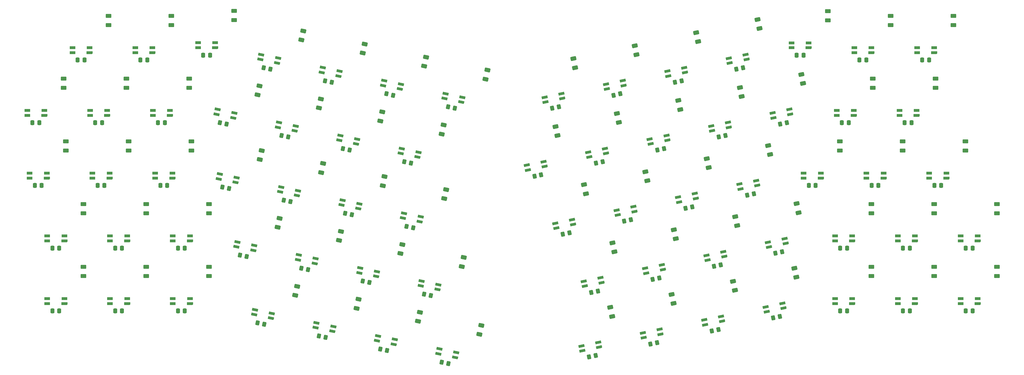
<source format=gbr>
%TF.GenerationSoftware,KiCad,Pcbnew,9.0.3*%
%TF.CreationDate,2025-11-23T22:31:57-05:00*%
%TF.ProjectId,Wren,5772656e-2e6b-4696-9361-645f70636258,rev?*%
%TF.SameCoordinates,Original*%
%TF.FileFunction,Paste,Bot*%
%TF.FilePolarity,Positive*%
%FSLAX46Y46*%
G04 Gerber Fmt 4.6, Leading zero omitted, Abs format (unit mm)*
G04 Created by KiCad (PCBNEW 9.0.3) date 2025-11-23 22:31:57*
%MOMM*%
%LPD*%
G01*
G04 APERTURE LIST*
G04 Aperture macros list*
%AMRoundRect*
0 Rectangle with rounded corners*
0 $1 Rounding radius*
0 $2 $3 $4 $5 $6 $7 $8 $9 X,Y pos of 4 corners*
0 Add a 4 corners polygon primitive as box body*
4,1,4,$2,$3,$4,$5,$6,$7,$8,$9,$2,$3,0*
0 Add four circle primitives for the rounded corners*
1,1,$1+$1,$2,$3*
1,1,$1+$1,$4,$5*
1,1,$1+$1,$6,$7*
1,1,$1+$1,$8,$9*
0 Add four rect primitives between the rounded corners*
20,1,$1+$1,$2,$3,$4,$5,0*
20,1,$1+$1,$4,$5,$6,$7,0*
20,1,$1+$1,$6,$7,$8,$9,0*
20,1,$1+$1,$8,$9,$2,$3,0*%
%AMRotRect*
0 Rectangle, with rotation*
0 The origin of the aperture is its center*
0 $1 length*
0 $2 width*
0 $3 Rotation angle, in degrees counterclockwise*
0 Add horizontal line*
21,1,$1,$2,0,0,$3*%
%AMOutline5P*
0 Free polygon, 5 corners , with rotation*
0 The origin of the aperture is its center*
0 number of corners: always 5*
0 $1 to $10 corner X, Y*
0 $11 Rotation angle, in degrees counterclockwise*
0 create outline with 5 corners*
4,1,5,$1,$2,$3,$4,$5,$6,$7,$8,$9,$10,$1,$2,$11*%
%AMOutline6P*
0 Free polygon, 6 corners , with rotation*
0 The origin of the aperture is its center*
0 number of corners: always 6*
0 $1 to $12 corner X, Y*
0 $13 Rotation angle, in degrees counterclockwise*
0 create outline with 6 corners*
4,1,6,$1,$2,$3,$4,$5,$6,$7,$8,$9,$10,$11,$12,$1,$2,$13*%
%AMOutline7P*
0 Free polygon, 7 corners , with rotation*
0 The origin of the aperture is its center*
0 number of corners: always 7*
0 $1 to $14 corner X, Y*
0 $15 Rotation angle, in degrees counterclockwise*
0 create outline with 7 corners*
4,1,7,$1,$2,$3,$4,$5,$6,$7,$8,$9,$10,$11,$12,$13,$14,$1,$2,$15*%
%AMOutline8P*
0 Free polygon, 8 corners , with rotation*
0 The origin of the aperture is its center*
0 number of corners: always 8*
0 $1 to $16 corner X, Y*
0 $17 Rotation angle, in degrees counterclockwise*
0 create outline with 8 corners*
4,1,8,$1,$2,$3,$4,$5,$6,$7,$8,$9,$10,$11,$12,$13,$14,$15,$16,$1,$2,$17*%
G04 Aperture macros list end*
%ADD10RoundRect,0.250000X0.231367X0.534790X-0.428883X0.394450X-0.231367X-0.534790X0.428883X-0.394450X0*%
%ADD11RoundRect,0.250000X0.428883X0.394450X-0.231367X0.534790X-0.428883X-0.394450X0.231367X-0.534790X0*%
%ADD12RoundRect,0.250000X0.625000X-0.375000X0.625000X0.375000X-0.625000X0.375000X-0.625000X-0.375000X0*%
%ADD13RoundRect,0.250000X0.533375X-0.496750X0.689309X0.236861X-0.533375X0.496750X-0.689309X-0.236861X0*%
%ADD14R,1.800000X0.820000*%
%ADD15Outline5P,-0.900000X0.410000X0.900000X0.410000X0.900000X-0.246000X0.736000X-0.410000X-0.900000X-0.410000X0.000000*%
%ADD16RoundRect,0.250000X0.337500X0.475000X-0.337500X0.475000X-0.337500X-0.475000X0.337500X-0.475000X0*%
%ADD17RotRect,1.800000X0.820000X348.000000*%
%ADD18Outline5P,-0.900000X0.410000X0.900000X0.410000X0.900000X-0.246000X0.736000X-0.410000X-0.900000X-0.410000X348.000000*%
%ADD19RotRect,1.800000X0.820000X12.000000*%
%ADD20Outline5P,-0.900000X0.410000X0.900000X0.410000X0.900000X-0.246000X0.736000X-0.410000X-0.900000X-0.410000X12.000000*%
%ADD21RoundRect,0.250000X0.689309X-0.236861X0.533375X0.496750X-0.689309X0.236861X-0.533375X-0.496750X0*%
G04 APERTURE END LIST*
D10*
%TO.C,C60*%
X355992177Y-205830405D03*
X353962521Y-206261821D03*
%TD*%
D11*
%TO.C,C19*%
X206760256Y-190592298D03*
X204730600Y-190160882D03*
%TD*%
D12*
%TO.C,D90*%
X392542929Y-175107123D03*
X392542929Y-172307123D03*
%TD*%
D13*
%TO.C,D11*%
X196803037Y-158163401D03*
X197385189Y-155424587D03*
%TD*%
D14*
%TO.C,D112*%
X396945048Y-145359629D03*
D15*
X402145048Y-145359629D03*
D14*
X402145048Y-143859629D03*
X396945048Y-143859629D03*
%TD*%
D16*
%TO.C,C24*%
X174729500Y-204750000D03*
X172654500Y-204750000D03*
%TD*%
%TO.C,C41*%
X381532548Y-147607129D03*
X379457548Y-147607129D03*
%TD*%
D12*
%TO.C,D97*%
X402067929Y-194157123D03*
X402067929Y-191357123D03*
%TD*%
D17*
%TO.C,D47*%
X202971842Y-168013720D03*
D18*
X208058211Y-169094861D03*
D17*
X208370080Y-167627640D03*
X203283711Y-166546499D03*
%TD*%
D16*
%TO.C,C22*%
X136629500Y-204750000D03*
X134554500Y-204750000D03*
%TD*%
D14*
%TO.C,D139*%
X391099929Y-221559623D03*
D15*
X396299929Y-221559623D03*
D14*
X396299929Y-220059623D03*
X391099929Y-220059623D03*
%TD*%
D12*
%TO.C,D98*%
X421117929Y-194157123D03*
X421117929Y-191357123D03*
%TD*%
D17*
%TO.C,D60*%
X190391994Y-204291027D03*
D18*
X195478363Y-205372168D03*
D17*
X195790232Y-203904947D03*
X190703863Y-202823806D03*
%TD*%
D10*
%TO.C,C65*%
X318027072Y-233375753D03*
X315997416Y-233807169D03*
%TD*%
D19*
%TO.C,D127*%
X296065749Y-216270450D03*
D20*
X301152118Y-215189309D03*
D19*
X300840249Y-213722088D03*
X295753880Y-214803229D03*
%TD*%
D12*
%TO.C,D17*%
X176710000Y-175100000D03*
X176710000Y-172300000D03*
%TD*%
D11*
%TO.C,C13*%
X224696285Y-174929103D03*
X222666629Y-174497687D03*
%TD*%
D12*
%TO.C,D77*%
X407913048Y-137007129D03*
X407913048Y-134207129D03*
%TD*%
D10*
%TO.C,C66*%
X336660784Y-229415035D03*
X334631128Y-229846451D03*
%TD*%
D16*
%TO.C,C30*%
X155679500Y-223800000D03*
X153604500Y-223800000D03*
%TD*%
D14*
%TO.C,D140*%
X410149929Y-221559623D03*
D15*
X415349929Y-221559623D03*
D14*
X415349929Y-220059623D03*
X410149929Y-220059623D03*
%TD*%
D17*
%TO.C,D55*%
X222303236Y-191598350D03*
D18*
X227389605Y-192679491D03*
D17*
X227701474Y-191212270D03*
X222615105Y-190131129D03*
%TD*%
D11*
%TO.C,C35*%
X254739843Y-239741857D03*
X252710187Y-239310441D03*
%TD*%
D19*
%TO.C,D109*%
X340084930Y-148487161D03*
D20*
X345171299Y-147406020D03*
D19*
X344859430Y-145938799D03*
X339773061Y-147019940D03*
%TD*%
D17*
%TO.C,D67*%
X195747976Y-224905039D03*
D18*
X200834345Y-225986180D03*
D17*
X201146214Y-224518959D03*
X196059845Y-223437818D03*
%TD*%
D21*
%TO.C,D82*%
X362354052Y-154690202D03*
X361771900Y-151951388D03*
%TD*%
D11*
%TO.C,C34*%
X236106132Y-235781139D03*
X234076476Y-235349723D03*
%TD*%
D16*
%TO.C,C55*%
X385212429Y-185707123D03*
X383137429Y-185707123D03*
%TD*%
D13*
%TO.C,D21*%
X253401855Y-189669466D03*
X253984007Y-186930652D03*
%TD*%
D16*
%TO.C,C48*%
X376172429Y-166657123D03*
X374097429Y-166657123D03*
%TD*%
D14*
%TO.C,D124*%
X362524929Y-183459623D03*
D15*
X367724929Y-183459623D03*
D14*
X367724929Y-181959623D03*
X362524929Y-181959623D03*
%TD*%
D13*
%TO.C,D27*%
X240124325Y-206322861D03*
X240706477Y-203584047D03*
%TD*%
D14*
%TO.C,D59*%
X171092000Y-202502500D03*
D15*
X176292000Y-202502500D03*
D14*
X176292000Y-201002500D03*
X171092000Y-201002500D03*
%TD*%
D12*
%TO.C,D22*%
X143960000Y-194150000D03*
X143960000Y-191350000D03*
%TD*%
D16*
%TO.C,C40*%
X362482548Y-146106729D03*
X360407548Y-146106729D03*
%TD*%
D11*
%TO.C,C26*%
X212116438Y-211206410D03*
X210086782Y-210774994D03*
%TD*%
D10*
%TO.C,C52*%
X328739348Y-192147611D03*
X326709692Y-192579027D03*
%TD*%
%TO.C,C37*%
X306842800Y-157850705D03*
X304813144Y-158282121D03*
%TD*%
D13*
%TO.C,D19*%
X216134431Y-181748030D03*
X216716583Y-179009216D03*
%TD*%
D21*
%TO.C,D87*%
X333705794Y-180255149D03*
X333123642Y-177516335D03*
%TD*%
D14*
%TO.C,D133*%
X410149929Y-202509623D03*
D15*
X415349929Y-202509623D03*
D14*
X415349929Y-201009623D03*
X410149929Y-201009623D03*
%TD*%
D13*
%TO.C,D12*%
X215436749Y-162124119D03*
X216018901Y-159385305D03*
%TD*%
%TO.C,D35*%
X264114019Y-230897590D03*
X264696171Y-228158776D03*
%TD*%
D10*
%TO.C,C44*%
X301486518Y-178464817D03*
X299456862Y-178896233D03*
%TD*%
D21*
%TO.C,D95*%
X360958624Y-193937944D03*
X360376472Y-191199130D03*
%TD*%
%TO.C,D101*%
X341627231Y-217522574D03*
X341045079Y-214783760D03*
%TD*%
D12*
%TO.C,D30*%
X163010000Y-213200000D03*
X163010000Y-210400000D03*
%TD*%
D11*
%TO.C,C28*%
X249383861Y-219127846D03*
X247354205Y-218696430D03*
%TD*%
D14*
%TO.C,D36*%
X140632000Y-145352500D03*
D15*
X145832000Y-145352500D03*
D14*
X145832000Y-143852500D03*
X140632000Y-143852500D03*
%TD*%
D16*
%TO.C,C16*%
X150329500Y-185700000D03*
X148254500Y-185700000D03*
%TD*%
%TO.C,C61*%
X375687429Y-204757123D03*
X373612429Y-204757123D03*
%TD*%
D17*
%TO.C,D69*%
X233015400Y-232826474D03*
D18*
X238101769Y-233907615D03*
D17*
X238413638Y-232440394D03*
X233327269Y-231359253D03*
%TD*%
D16*
%TO.C,C8*%
X130579500Y-166650000D03*
X128504500Y-166650000D03*
%TD*%
D17*
%TO.C,D46*%
X184338130Y-164053003D03*
D18*
X189424499Y-165134144D03*
D17*
X189736368Y-163666923D03*
X184649999Y-162585782D03*
%TD*%
D16*
%TO.C,C1*%
X144269500Y-147600000D03*
X142194500Y-147600000D03*
%TD*%
D17*
%TO.C,D68*%
X214381688Y-228865756D03*
D18*
X219468057Y-229946897D03*
D17*
X219779926Y-228479676D03*
X214693557Y-227398535D03*
%TD*%
D11*
%TO.C,C25*%
X193482726Y-207245692D03*
X191453070Y-206814276D03*
%TD*%
D13*
%TO.C,D5*%
X228714368Y-145470806D03*
X229296520Y-142731992D03*
%TD*%
D11*
%TO.C,C5*%
X219340192Y-154315074D03*
X217310536Y-153883658D03*
%TD*%
D13*
%TO.C,D13*%
X234070461Y-166084836D03*
X234652613Y-163346022D03*
%TD*%
D16*
%TO.C,C68*%
X375687429Y-223807123D03*
X373612429Y-223807123D03*
%TD*%
%TO.C,C31*%
X174729500Y-223800000D03*
X172654500Y-223800000D03*
%TD*%
D19*
%TO.C,D116*%
X334728648Y-169101273D03*
D20*
X339815017Y-168020132D03*
D19*
X339503148Y-166552911D03*
X334416779Y-167634052D03*
%TD*%
D11*
%TO.C,C12*%
X206062574Y-170968386D03*
X204032918Y-170536970D03*
%TD*%
D17*
%TO.C,D48*%
X221605554Y-171974438D03*
D18*
X226691923Y-173055579D03*
D17*
X227003792Y-171588358D03*
X221917423Y-170507217D03*
%TD*%
D21*
%TO.C,D93*%
X323691201Y-201859379D03*
X323109049Y-199120565D03*
%TD*%
D16*
%TO.C,C49*%
X395222429Y-166657123D03*
X393147429Y-166657123D03*
%TD*%
D14*
%TO.C,D131*%
X372049929Y-202509623D03*
D15*
X377249929Y-202509623D03*
D14*
X377249929Y-201009623D03*
X372049929Y-201009623D03*
%TD*%
D10*
%TO.C,C50*%
X291471924Y-200069046D03*
X289442268Y-200500462D03*
%TD*%
D17*
%TO.C,D49*%
X240239265Y-175935156D03*
D18*
X245325634Y-177016297D03*
D17*
X245637503Y-175549076D03*
X240551134Y-174467935D03*
%TD*%
D16*
%TO.C,C62*%
X394737429Y-204757123D03*
X392662429Y-204757123D03*
%TD*%
D21*
%TO.C,D71*%
X293175535Y-149918962D03*
X292593383Y-147180148D03*
%TD*%
%TO.C,D81*%
X343720388Y-158650920D03*
X343138236Y-155912106D03*
%TD*%
D14*
%TO.C,D138*%
X372049929Y-221559623D03*
D15*
X377249929Y-221559623D03*
D14*
X377249929Y-220059623D03*
X372049929Y-220059623D03*
%TD*%
D21*
%TO.C,D80*%
X325086676Y-162611638D03*
X324504524Y-159872824D03*
%TD*%
%TO.C,D72*%
X311809247Y-145958244D03*
X311227095Y-143219430D03*
%TD*%
D14*
%TO.C,D118*%
X372534929Y-164409623D03*
D15*
X377734929Y-164409623D03*
D14*
X377734929Y-162909623D03*
X372534929Y-162909623D03*
%TD*%
%TO.C,D66*%
X171092000Y-221552500D03*
D15*
X176292000Y-221552500D03*
D14*
X176292000Y-220052500D03*
X171092000Y-220052500D03*
%TD*%
D10*
%TO.C,C58*%
X318724754Y-213751840D03*
X316695098Y-214183256D03*
%TD*%
D21*
%TO.C,D94*%
X342324912Y-197898662D03*
X341742760Y-195159848D03*
%TD*%
D12*
%TO.C,D76*%
X388863048Y-137007129D03*
X388863048Y-134207129D03*
%TD*%
D21*
%TO.C,D92*%
X305057489Y-205820097D03*
X304475337Y-203081283D03*
%TD*%
D19*
%TO.C,D114*%
X297461224Y-177022708D03*
D20*
X302547593Y-175941567D03*
D19*
X302235724Y-174474346D03*
X297149355Y-175555487D03*
%TD*%
D17*
%TO.C,D62*%
X227659418Y-212212462D03*
D18*
X232745787Y-213293603D03*
D17*
X233057656Y-211826382D03*
X227971287Y-210745241D03*
%TD*%
D13*
%TO.C,D7*%
X265981791Y-153392242D03*
X266563943Y-150653428D03*
%TD*%
%TO.C,D20*%
X234768143Y-185708748D03*
X235350295Y-182969934D03*
%TD*%
D12*
%TO.C,D89*%
X373492929Y-175107123D03*
X373492929Y-172307123D03*
%TD*%
D19*
%TO.C,D137*%
X351269202Y-224012209D03*
D20*
X356355571Y-222931068D03*
D19*
X356043702Y-221463847D03*
X350957333Y-222544988D03*
%TD*%
%TO.C,D120*%
X287446631Y-198626938D03*
D20*
X292533000Y-197545797D03*
D19*
X292221131Y-196078576D03*
X287134762Y-197159717D03*
%TD*%
D10*
%TO.C,C67*%
X355294495Y-225454317D03*
X353264839Y-225885733D03*
%TD*%
D12*
%TO.C,D31*%
X182060000Y-213200000D03*
X182060000Y-210400000D03*
%TD*%
D16*
%TO.C,C63*%
X413787429Y-204757123D03*
X411712429Y-204757123D03*
%TD*%
D12*
%TO.C,D105*%
X421117929Y-213207123D03*
X421117929Y-210407123D03*
%TD*%
%TO.C,D10*%
X176010000Y-156050000D03*
X176010000Y-153250000D03*
%TD*%
D19*
%TO.C,D130*%
X351966884Y-204388297D03*
D20*
X357053253Y-203307156D03*
D19*
X356741384Y-201839935D03*
X351655015Y-202921076D03*
%TD*%
D17*
%TO.C,D42*%
X253516884Y-159281844D03*
D18*
X258603253Y-160362985D03*
D17*
X258915122Y-158895764D03*
X253828753Y-157814623D03*
%TD*%
D19*
%TO.C,D107*%
X302817507Y-156408597D03*
D20*
X307903876Y-155327456D03*
D19*
X307592007Y-153860235D03*
X302505638Y-154941376D03*
%TD*%
%TO.C,D123*%
X343347766Y-186744785D03*
D20*
X348434135Y-185663644D03*
D19*
X348122266Y-184196423D03*
X343035897Y-185277564D03*
%TD*%
D12*
%TO.C,D1*%
X151600000Y-137000000D03*
X151600000Y-134200000D03*
%TD*%
D19*
%TO.C,D128*%
X314699460Y-212309732D03*
D20*
X319785829Y-211228591D03*
D19*
X319473960Y-209761370D03*
X314387591Y-210842511D03*
%TD*%
D12*
%TO.C,D75*%
X369813048Y-135506729D03*
X369813048Y-132706729D03*
%TD*%
D19*
%TO.C,D113*%
X278827513Y-180983426D03*
D20*
X283913882Y-179902285D03*
D19*
X283602013Y-178435064D03*
X278515644Y-179516205D03*
%TD*%
D13*
%TO.C,D33*%
X226846595Y-222976154D03*
X227428747Y-220237340D03*
%TD*%
%TO.C,D6*%
X247348079Y-149431524D03*
X247930231Y-146692710D03*
%TD*%
D19*
%TO.C,D108*%
X321451218Y-152447879D03*
D20*
X326537587Y-151366738D03*
D19*
X326225718Y-149899517D03*
X321139349Y-150980658D03*
%TD*%
D17*
%TO.C,D41*%
X234883172Y-155321126D03*
D18*
X239969541Y-156402267D03*
D17*
X240281410Y-154935046D03*
X235195041Y-153853905D03*
%TD*%
D12*
%TO.C,D103*%
X383017929Y-213207123D03*
X383017929Y-210407123D03*
%TD*%
%TO.C,D91*%
X411592929Y-175107123D03*
X411592929Y-172307123D03*
%TD*%
D10*
%TO.C,C46*%
X338753941Y-170543381D03*
X336724285Y-170974797D03*
%TD*%
D17*
%TO.C,D40*%
X216249460Y-151360408D03*
D18*
X221335829Y-152441549D03*
D17*
X221647698Y-150974328D03*
X216561329Y-149893187D03*
%TD*%
D14*
%TO.C,D45*%
X165042000Y-164402500D03*
D15*
X170242000Y-164402500D03*
D14*
X170242000Y-162902500D03*
X165042000Y-162902500D03*
%TD*%
D17*
%TO.C,D39*%
X197615749Y-147399690D03*
D18*
X202702118Y-148480831D03*
D17*
X203013987Y-147013610D03*
X197927618Y-145932469D03*
%TD*%
D13*
%TO.C,D25*%
X202856901Y-198401425D03*
X203439053Y-195662611D03*
%TD*%
D16*
%TO.C,C2*%
X163319500Y-147600000D03*
X161244500Y-147600000D03*
%TD*%
D19*
%TO.C,D117*%
X353362312Y-165140555D03*
D20*
X358448681Y-164059414D03*
D19*
X358136812Y-162592193D03*
X353050443Y-163673334D03*
%TD*%
D16*
%TO.C,C17*%
X169379500Y-185700000D03*
X167304500Y-185700000D03*
%TD*%
D14*
%TO.C,D132*%
X391099929Y-202509623D03*
D15*
X396299929Y-202509623D03*
D14*
X396299929Y-201009623D03*
X391099929Y-201009623D03*
%TD*%
D17*
%TO.C,D61*%
X209025706Y-208251745D03*
D18*
X214112075Y-209332886D03*
D17*
X214423944Y-207865665D03*
X209337575Y-206784524D03*
%TD*%
D16*
%TO.C,C9*%
X149629500Y-166650000D03*
X147554500Y-166650000D03*
%TD*%
D11*
%TO.C,C14*%
X243329997Y-178889821D03*
X241300341Y-178458405D03*
%TD*%
D17*
%TO.C,D56*%
X240936948Y-195559068D03*
D18*
X246023317Y-196640209D03*
D17*
X246335186Y-195172988D03*
X241248817Y-194091847D03*
%TD*%
D11*
%TO.C,C32*%
X198838708Y-227859704D03*
X196809052Y-227428288D03*
%TD*%
D12*
%TO.C,D23*%
X163010000Y-194150000D03*
X163010000Y-191350000D03*
%TD*%
D11*
%TO.C,C21*%
X244027679Y-198513733D03*
X241998023Y-198082317D03*
%TD*%
D21*
%TO.C,D102*%
X360260942Y-213561856D03*
X359678790Y-210823042D03*
%TD*%
D16*
%TO.C,C69*%
X394737429Y-223807123D03*
X392662429Y-223807123D03*
%TD*%
D19*
%TO.C,D122*%
X324714054Y-190705502D03*
D20*
X329800423Y-189624361D03*
D19*
X329488554Y-188157140D03*
X324402185Y-189238281D03*
%TD*%
D13*
%TO.C,D28*%
X258758037Y-210283578D03*
X259340189Y-207544764D03*
%TD*%
D21*
%TO.C,D99*%
X304359807Y-225444009D03*
X303777655Y-222705195D03*
%TD*%
D19*
%TO.C,D136*%
X332635490Y-227972927D03*
D20*
X337721859Y-226891786D03*
D19*
X337409990Y-225424565D03*
X332323621Y-226505706D03*
%TD*%
D16*
%TO.C,C56*%
X404262429Y-185707123D03*
X402187429Y-185707123D03*
%TD*%
D10*
%TO.C,C39*%
X344110223Y-149929270D03*
X342080567Y-150360686D03*
%TD*%
D19*
%TO.C,D129*%
X333333172Y-208349014D03*
D20*
X338419541Y-207267873D03*
D19*
X338107672Y-205800652D03*
X333021303Y-206881793D03*
%TD*%
D16*
%TO.C,C29*%
X136629500Y-223800000D03*
X134554500Y-223800000D03*
%TD*%
%TO.C,C23*%
X155679500Y-204750000D03*
X153604500Y-204750000D03*
%TD*%
D14*
%TO.C,D38*%
X178732000Y-143852100D03*
D15*
X183932000Y-143852100D03*
D14*
X183932000Y-142352100D03*
X178732000Y-142352100D03*
%TD*%
D11*
%TO.C,C33*%
X217472420Y-231820422D03*
X215442764Y-231389006D03*
%TD*%
%TO.C,C20*%
X225393968Y-194553015D03*
X223364312Y-194121599D03*
%TD*%
D12*
%TO.C,D2*%
X170650000Y-137000000D03*
X170650000Y-134200000D03*
%TD*%
D16*
%TO.C,C3*%
X182369500Y-146099600D03*
X180294500Y-146099600D03*
%TD*%
%TO.C,C54*%
X366162429Y-185707123D03*
X364087429Y-185707123D03*
%TD*%
D21*
%TO.C,D88*%
X352339506Y-176294432D03*
X351757354Y-173555618D03*
%TD*%
D10*
%TO.C,C64*%
X299393360Y-237336470D03*
X297363704Y-237767886D03*
%TD*%
%TO.C,C43*%
X282852806Y-182425535D03*
X280823150Y-182856951D03*
%TD*%
%TO.C,C47*%
X357387605Y-166582663D03*
X355357949Y-167014079D03*
%TD*%
D19*
%TO.C,D121*%
X306080342Y-194666220D03*
D20*
X311166711Y-193585079D03*
D19*
X310854842Y-192117858D03*
X305768473Y-193198999D03*
%TD*%
D10*
%TO.C,C38*%
X325476512Y-153889987D03*
X323446856Y-154321403D03*
%TD*%
D14*
%TO.C,D58*%
X152042000Y-202502500D03*
D15*
X157242000Y-202502500D03*
D14*
X157242000Y-201002500D03*
X152042000Y-201002500D03*
%TD*%
D19*
%TO.C,D135*%
X314001779Y-231933644D03*
D20*
X319088148Y-230852503D03*
D19*
X318776279Y-229385282D03*
X313689910Y-230466423D03*
%TD*%
D10*
%TO.C,C51*%
X310105636Y-196108328D03*
X308075980Y-196539744D03*
%TD*%
D12*
%TO.C,D104*%
X402067929Y-213207123D03*
X402067929Y-210407123D03*
%TD*%
D19*
%TO.C,D106*%
X284183795Y-160369314D03*
D20*
X289270164Y-159288173D03*
D19*
X288958295Y-157820952D03*
X283871926Y-158902093D03*
%TD*%
D17*
%TO.C,D63*%
X246293130Y-216173180D03*
D18*
X251379499Y-217254321D03*
D17*
X251691368Y-215787100D03*
X246604999Y-214705959D03*
%TD*%
D12*
%TO.C,D3*%
X189700000Y-135499600D03*
X189700000Y-132699600D03*
%TD*%
D21*
%TO.C,D74*%
X349076670Y-138036809D03*
X348494518Y-135297995D03*
%TD*%
D19*
%TO.C,D115*%
X316094936Y-173061991D03*
D20*
X321181305Y-171980850D03*
D19*
X320869436Y-170513629D03*
X315783067Y-171594770D03*
%TD*%
D14*
%TO.C,D37*%
X159682000Y-145352500D03*
D15*
X164882000Y-145352500D03*
D14*
X164882000Y-143852500D03*
X159682000Y-143852500D03*
%TD*%
D13*
%TO.C,D4*%
X210080656Y-141510089D03*
X210662808Y-138771275D03*
%TD*%
D21*
%TO.C,D85*%
X296438371Y-188176585D03*
X295856219Y-185437771D03*
%TD*%
D14*
%TO.C,D50*%
X127642000Y-183452500D03*
D15*
X132842000Y-183452500D03*
D14*
X132842000Y-181952500D03*
X127642000Y-181952500D03*
%TD*%
%TO.C,D65*%
X152042000Y-221552500D03*
D15*
X157242000Y-221552500D03*
D14*
X157242000Y-220052500D03*
X152042000Y-220052500D03*
%TD*%
D12*
%TO.C,D15*%
X138610000Y-175100000D03*
X138610000Y-172300000D03*
%TD*%
D14*
%TO.C,D52*%
X165742000Y-183452500D03*
D15*
X170942000Y-183452500D03*
D14*
X170942000Y-181952500D03*
X165742000Y-181952500D03*
%TD*%
D17*
%TO.C,D53*%
X185035812Y-183676915D03*
D18*
X190122181Y-184758056D03*
D17*
X190434050Y-183290835D03*
X185347681Y-182209694D03*
%TD*%
D14*
%TO.C,D125*%
X381574929Y-183459623D03*
D15*
X386774929Y-183459623D03*
D14*
X386774929Y-181959623D03*
X381574929Y-181959623D03*
%TD*%
D13*
%TO.C,D34*%
X245480307Y-226936872D03*
X246062459Y-224198058D03*
%TD*%
D21*
%TO.C,D86*%
X315072083Y-184215867D03*
X314489931Y-181477053D03*
%TD*%
%TO.C,D78*%
X287819253Y-170533073D03*
X287237101Y-167794259D03*
%TD*%
D12*
%TO.C,D16*%
X157660000Y-175100000D03*
X157660000Y-172300000D03*
%TD*%
%TO.C,D83*%
X383502929Y-156057123D03*
X383502929Y-153257123D03*
%TD*%
D19*
%TO.C,D134*%
X295368067Y-235894362D03*
D20*
X300454436Y-234813221D03*
D19*
X300142567Y-233346000D03*
X295056198Y-234427141D03*
%TD*%
D14*
%TO.C,D119*%
X391584929Y-164409623D03*
D15*
X396784929Y-164409623D03*
D14*
X396784929Y-162909623D03*
X391584929Y-162909623D03*
%TD*%
D16*
%TO.C,C70*%
X413787429Y-223807123D03*
X411712429Y-223807123D03*
%TD*%
D10*
%TO.C,C45*%
X320120230Y-174504099D03*
X318090574Y-174935515D03*
%TD*%
D13*
%TO.C,D32*%
X208212883Y-219015437D03*
X208795035Y-216276623D03*
%TD*%
D14*
%TO.C,D126*%
X400624929Y-183459623D03*
D15*
X405824929Y-183459623D03*
D14*
X405824929Y-181959623D03*
X400624929Y-181959623D03*
%TD*%
D12*
%TO.C,D84*%
X402552929Y-156057123D03*
X402552929Y-153257123D03*
%TD*%
D10*
%TO.C,C36*%
X288209088Y-161811423D03*
X286179432Y-162242839D03*
%TD*%
D16*
%TO.C,C42*%
X400582548Y-147607129D03*
X398507548Y-147607129D03*
%TD*%
D21*
%TO.C,D100*%
X322993519Y-221483292D03*
X322411367Y-218744478D03*
%TD*%
D11*
%TO.C,C18*%
X188126544Y-186631580D03*
X186096888Y-186200164D03*
%TD*%
D12*
%TO.C,D8*%
X137910000Y-156050000D03*
X137910000Y-153250000D03*
%TD*%
D13*
%TO.C,D26*%
X221490613Y-202362143D03*
X222072765Y-199623329D03*
%TD*%
D14*
%TO.C,D64*%
X132992000Y-221552500D03*
D15*
X138192000Y-221552500D03*
D14*
X138192000Y-220052500D03*
X132992000Y-220052500D03*
%TD*%
%TO.C,D111*%
X377895048Y-145359629D03*
D15*
X383095048Y-145359629D03*
D14*
X383095048Y-143859629D03*
X377895048Y-143859629D03*
%TD*%
D11*
%TO.C,C4*%
X200706480Y-150354356D03*
X198676824Y-149922940D03*
%TD*%
D14*
%TO.C,D44*%
X145992000Y-164402500D03*
D15*
X151192000Y-164402500D03*
D14*
X151192000Y-162902500D03*
X145992000Y-162902500D03*
%TD*%
D21*
%TO.C,D79*%
X306452965Y-166572356D03*
X305870813Y-163833542D03*
%TD*%
D14*
%TO.C,D57*%
X132992000Y-202502500D03*
D15*
X138192000Y-202502500D03*
D14*
X138192000Y-201002500D03*
X132992000Y-201002500D03*
%TD*%
D16*
%TO.C,C10*%
X168679500Y-166650000D03*
X166604500Y-166650000D03*
%TD*%
D10*
%TO.C,C53*%
X347373059Y-188186893D03*
X345343403Y-188618309D03*
%TD*%
D13*
%TO.C,D18*%
X197500719Y-177787313D03*
X198082871Y-175048499D03*
%TD*%
D12*
%TO.C,D96*%
X383017929Y-194157123D03*
X383017929Y-191357123D03*
%TD*%
D17*
%TO.C,D54*%
X203669524Y-187637632D03*
D18*
X208755893Y-188718773D03*
D17*
X209067762Y-187251552D03*
X203981393Y-186170411D03*
%TD*%
D11*
%TO.C,C7*%
X256607616Y-162236509D03*
X254577960Y-161805093D03*
%TD*%
D12*
%TO.C,D9*%
X156960000Y-156050000D03*
X156960000Y-153250000D03*
%TD*%
D14*
%TO.C,D51*%
X146692000Y-183452500D03*
D15*
X151892000Y-183452500D03*
D14*
X151892000Y-181952500D03*
X146692000Y-181952500D03*
%TD*%
%TO.C,D110*%
X358845048Y-143859229D03*
D15*
X364045048Y-143859229D03*
D14*
X364045048Y-142359229D03*
X358845048Y-142359229D03*
%TD*%
D17*
%TO.C,D70*%
X251649112Y-236787192D03*
D18*
X256735481Y-237868333D03*
D17*
X257047350Y-236401112D03*
X251960981Y-235319971D03*
%TD*%
D16*
%TO.C,C15*%
X131279500Y-185700000D03*
X129204500Y-185700000D03*
%TD*%
D10*
%TO.C,C59*%
X337358466Y-209791123D03*
X335328810Y-210222539D03*
%TD*%
D11*
%TO.C,C6*%
X237973904Y-158275791D03*
X235944248Y-157844375D03*
%TD*%
D14*
%TO.C,D43*%
X126942000Y-164402500D03*
D15*
X132142000Y-164402500D03*
D14*
X132142000Y-162902500D03*
X126942000Y-162902500D03*
%TD*%
D11*
%TO.C,C11*%
X187428862Y-167007668D03*
X185399206Y-166576252D03*
%TD*%
D13*
%TO.C,D14*%
X252704173Y-170045554D03*
X253286325Y-167306740D03*
%TD*%
D11*
%TO.C,C27*%
X230750150Y-215167128D03*
X228720494Y-214735712D03*
%TD*%
D12*
%TO.C,D24*%
X182060000Y-194150000D03*
X182060000Y-191350000D03*
%TD*%
%TO.C,D29*%
X143960000Y-213200000D03*
X143960000Y-210400000D03*
%TD*%
D10*
%TO.C,C57*%
X300091042Y-217712558D03*
X298061386Y-218143974D03*
%TD*%
D21*
%TO.C,D73*%
X330442959Y-141997526D03*
X329860807Y-139258712D03*
%TD*%
M02*

</source>
